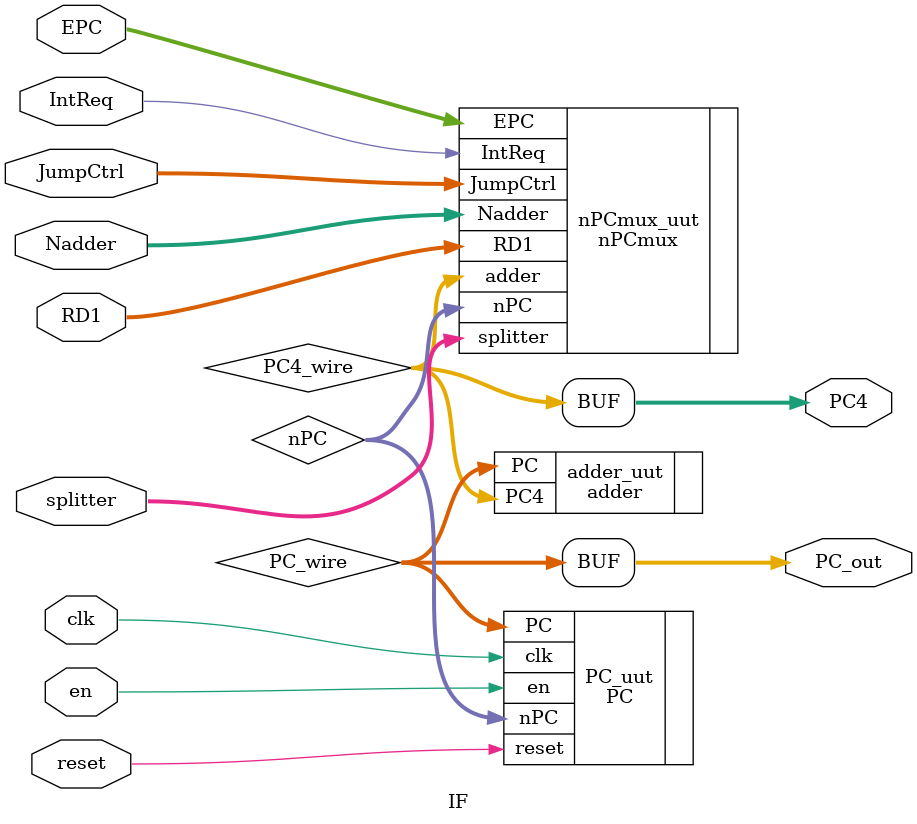
<source format=v>
`timescale 1ns / 1ps
module IF(
    input [31:0] Nadder,
    input [31:0] splitter,
    input [31:0] RD1,
    input [31:0] EPC,
    input clk,
    input reset,
    input en,
    input IntReq,
    input [2:0] JumpCtrl,
    output [31:0] PC4,
	 output [31:0] PC_out
    );
    wire [31:0] nPC, PC_wire, PC4_wire;
    PC PC_uut (
        .clk(clk),
        .reset(reset),
        .en(en),
        .nPC(nPC),
        .PC(PC_wire)
    );
    adder adder_uut(
        .PC(PC_wire),
        .PC4(PC4_wire)
    );
    nPCmux nPCmux_uut(
        .JumpCtrl(JumpCtrl),
        .adder(PC4_wire),
        .Nadder(Nadder),
        .splitter(splitter),
        .RD1(RD1),
        .EPC(EPC),
		.nPC(nPC),
        .IntReq(IntReq)
    );
	 assign PC4 = PC4_wire;
	 assign PC_out = PC_wire;
endmodule
</source>
